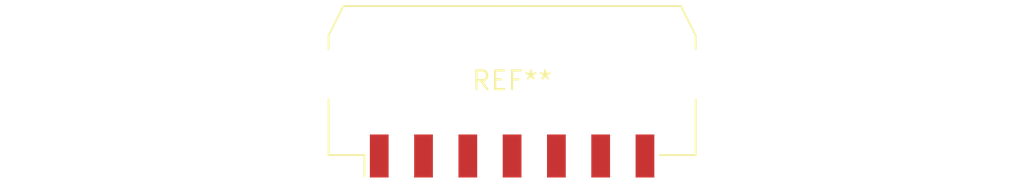
<source format=kicad_pcb>
(kicad_pcb (version 20240108) (generator pcbnew)
  (layers (0 "F.Cu" signal) (31 "B.Cu" signal) (34 "B.Paste" user) (35 "F.Paste" user) (36 "B.SilkS" user "B.Silkscreen") (37 "F.SilkS" user "F.Silkscreen") (38 "B.Mask" user) (39 "F.Mask" user) (44 "Edge.Cuts" user))
  (net 0 "")
  (footprint "Molex_Micro-Fit_3.0_43650-0710_1x07-1MP_P3.00mm_Horizontal_PnP" (layer "F.Cu") (at 0 0)
    (property "Reference" "REF**")
    (property "Value" "Molex_Micro-Fit_3.0_43650-0710_1x07-1MP_P3.00mm_Horizontal_PnP")
    (fp_line (start -12.435 -3.06) (end -12.435 -2.14) (layer "F.SilkS") (stroke (width 0.12)))
    (fp_line (start -12.435 1.29) (end -12.435 5.06) (layer "F.SilkS") (stroke (width 0.12)))
    (fp_line (start -12.435 5.06) (end -10.005 5.06) (layer "F.SilkS") (stroke (width 0.12)))
    (fp_line (start -11.435 -5.06) (end -12.435 -3.06) (layer "F.SilkS") (stroke (width 0.12)))
    (fp_line (start -10.005 5.06) (end -10.005 6.52) (layer "F.SilkS") (stroke (width 0.12)))
    (fp_line (start 0 -5.06) (end -11.435 -5.06) (layer "F.SilkS") (stroke (width 0.12)))
    (fp_line (start 0 -5.06) (end 11.435 -5.06) (layer "F.SilkS") (stroke (width 0.12)))
    (fp_line (start 11.435 -5.06) (end 12.435 -3.06) (layer "F.SilkS") (stroke (width 0.12)))
    (fp_line (start 12.435 -3.06) (end 12.435 -2.14) (layer "F.SilkS") (stroke (width 0.12)))
    (fp_line (start 12.435 1.29) (end 12.435 5.06) (layer "F.SilkS") (stroke (width 0.12)))
    (fp_line (start 12.435 5.06) (end 10.005 5.06) (layer "F.SilkS") (stroke (width 0.12)))
    (pad "1" smd rect (at -9 5.12) (size 1.27 2.92) (layers "F.Cu" "F.Paste" "F.Mask"))
    (pad "2" smd rect (at -6 5.12) (size 1.27 2.92) (layers "F.Cu" "F.Paste" "F.Mask"))
    (pad "3" smd rect (at -3 5.12) (size 1.27 2.92) (layers "F.Cu" "F.Paste" "F.Mask"))
    (pad "4" smd rect (at 0 5.12) (size 1.27 2.92) (layers "F.Cu" "F.Paste" "F.Mask"))
    (pad "5" smd rect (at 3 5.12) (size 1.27 2.92) (layers "F.Cu" "F.Paste" "F.Mask"))
    (pad "6" smd rect (at 6 5.12) (size 1.27 2.92) (layers "F.Cu" "F.Paste" "F.Mask"))
    (pad "7" smd rect (at 9 5.12) (size 1.27 2.92) (layers "F.Cu" "F.Paste" "F.Mask"))
    (pad "MP" thru_hole circle (at -11.15 -0.35) (size 2.84 2.84) (drill 2.54) (layers *.Cu *.Mask) (remove_unused_layers))
    (pad "MP" thru_hole circle (at 11.15 -0.35) (size 2.84 2.84) (drill 2.54) (layers *.Cu *.Mask) (remove_unused_layers))
  )
)
</source>
